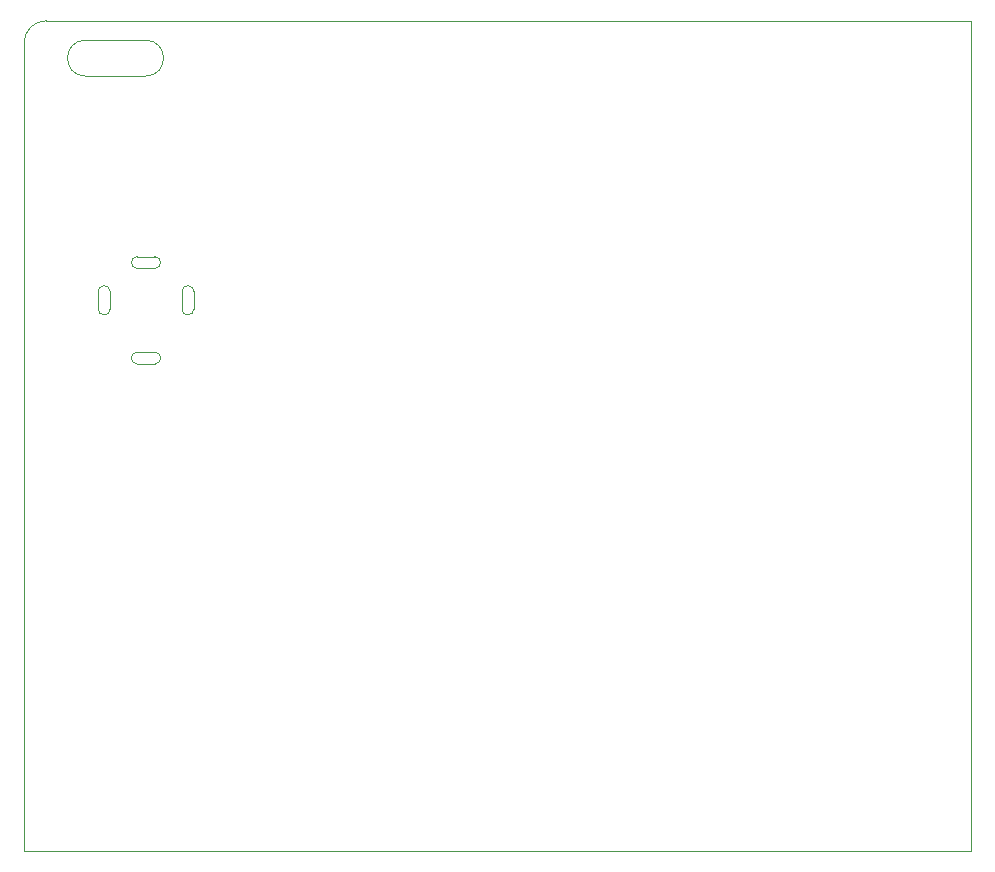
<source format=gbr>
%TF.GenerationSoftware,KiCad,Pcbnew,7.0.8*%
%TF.CreationDate,2023-12-13T18:23:58-05:00*%
%TF.ProjectId,test,74657374-2e6b-4696-9361-645f70636258,rev?*%
%TF.SameCoordinates,Original*%
%TF.FileFunction,Profile,NP*%
%FSLAX46Y46*%
G04 Gerber Fmt 4.6, Leading zero omitted, Abs format (unit mm)*
G04 Created by KiCad (PCBNEW 7.0.8) date 2023-12-13 18:23:58*
%MOMM*%
%LPD*%
G01*
G04 APERTURE LIST*
%TA.AperFunction,Profile*%
%ADD10C,0.050000*%
%TD*%
%TA.AperFunction,Profile*%
%ADD11C,0.010000*%
%TD*%
G04 APERTURE END LIST*
D10*
X1905000Y0D02*
X80200000Y0D01*
X80200000Y0D02*
X80200000Y-70300000D01*
X0Y-70300000D02*
X80200000Y-70300000D01*
X0Y-1905000D02*
X0Y-70300000D01*
X1905000Y0D02*
G75*
G03*
X0Y-1905000I1J-1905001D01*
G01*
X10287000Y-4699000D02*
G75*
G03*
X10287000Y-1651000I0J1524000D01*
G01*
X5207000Y-1651000D02*
G75*
G03*
X5207000Y-4699000I4J-1524000D01*
G01*
X5207000Y-1651000D02*
X10287000Y-1651000D01*
X5207000Y-4699000D02*
X10287000Y-4699000D01*
D11*
%TO.C,J2*%
X6280000Y-23680000D02*
X6280000Y-22930000D01*
X6280000Y-24430000D02*
X6280000Y-23680000D01*
X7280000Y-22930000D02*
X7280000Y-23680000D01*
X7280000Y-23680000D02*
X7280000Y-24430000D01*
X9580000Y-19980000D02*
X10330000Y-19980000D01*
X9580000Y-28080000D02*
X10330000Y-28080000D01*
X10330000Y-19980000D02*
X11080000Y-19980000D01*
X10330000Y-20980000D02*
X9580000Y-20980000D01*
X10330000Y-28080000D02*
X11080000Y-28080000D01*
X10330000Y-29080000D02*
X9580000Y-29080000D01*
X11080000Y-20980000D02*
X10330000Y-20980000D01*
X11080000Y-29080000D02*
X10330000Y-29080000D01*
X13380000Y-23680000D02*
X13380000Y-22930000D01*
X13380000Y-24430000D02*
X13380000Y-23680000D01*
X14380000Y-22930000D02*
X14380000Y-23680000D01*
X14380000Y-23680000D02*
X14380000Y-24430000D01*
X6780000Y-22430000D02*
G75*
G03*
X6280000Y-22930000I1J-500001D01*
G01*
X7280000Y-22930000D02*
G75*
G03*
X6780000Y-22430000I-500001J-1D01*
G01*
X6280000Y-24430000D02*
G75*
G03*
X6780000Y-24930000I500001J1D01*
G01*
X6780000Y-24930000D02*
G75*
G03*
X7280000Y-24430000I-1J500001D01*
G01*
X9580000Y-19980000D02*
G75*
G03*
X9080000Y-20480000I1J-500001D01*
G01*
X9580000Y-28080000D02*
G75*
G03*
X9080000Y-28580000I1J-500001D01*
G01*
X9080000Y-20480000D02*
G75*
G03*
X9580000Y-20980000I500001J1D01*
G01*
X9080000Y-28580000D02*
G75*
G03*
X9580000Y-29080000I500001J1D01*
G01*
X11580000Y-20480000D02*
G75*
G03*
X11080000Y-19980000I-500000J0D01*
G01*
X11580000Y-28580000D02*
G75*
G03*
X11080000Y-28080000I-500000J0D01*
G01*
X11080000Y-20980000D02*
G75*
G03*
X11580000Y-20480000I0J500000D01*
G01*
X11080000Y-29080000D02*
G75*
G03*
X11580000Y-28580000I0J500000D01*
G01*
X13880000Y-22430000D02*
G75*
G03*
X13380000Y-22930000I0J-500000D01*
G01*
X14380000Y-22930000D02*
G75*
G03*
X13880000Y-22430000I-500000J0D01*
G01*
X13380000Y-24430000D02*
G75*
G03*
X13880000Y-24930000I500000J0D01*
G01*
X13880000Y-24930000D02*
G75*
G03*
X14380000Y-24430000I0J500000D01*
G01*
%TD*%
M02*

</source>
